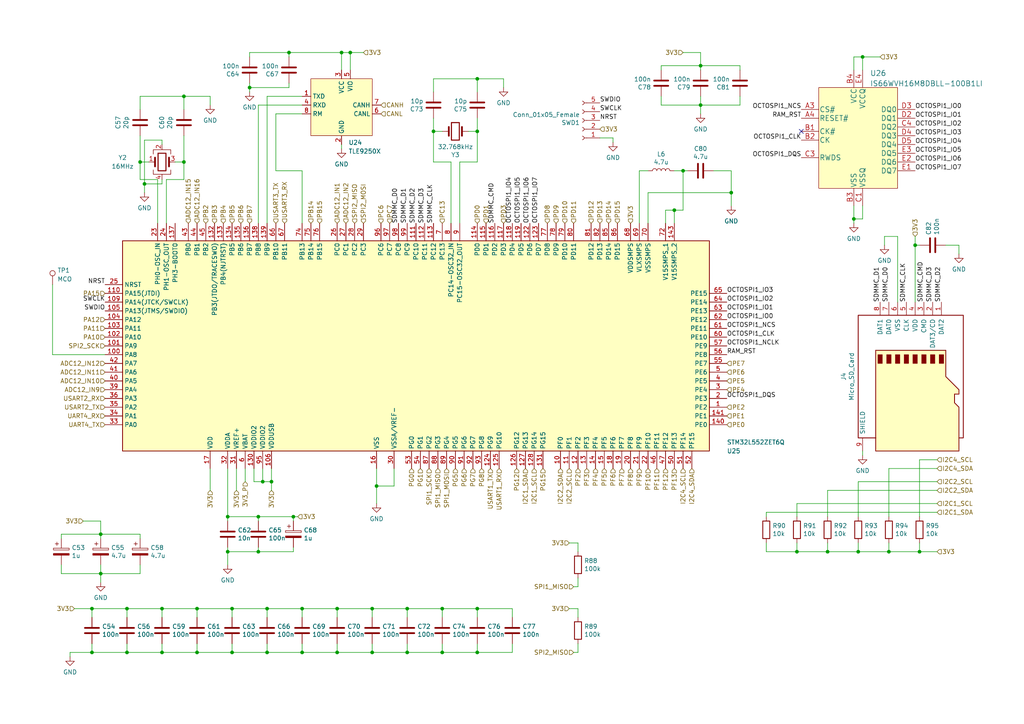
<source format=kicad_sch>
(kicad_sch (version 20211123) (generator eeschema)
  (paper "A4")
  (title_block (title "On Board Computer MCU") (date "2022-08-10") (rev "2.0"))
  (junction (at 248.92 160.02))
  (junction (at 87.63 176.53))
  (junction (at 66.04 160.02))
  (junction (at 77.47 176.53))
  (junction (at 53.34 27.94))
  (junction (at 107.95 189.23))
  (junction (at 87.63 189.23))
  (junction (at 247.65 63.5))
  (junction (at 29.21 154.94))
  (junction (at 26.67 189.23))
  (junction (at 36.83 189.23))
  (junction (at 66.04 149.86))
  (junction (at 41.91 53.34))
  (junction (at 29.21 166.37))
  (junction (at 36.83 176.53))
  (junction (at 76.2 139.7))
  (junction (at 198.12 49.53))
  (junction (at 78.74 139.7))
  (junction (at 26.67 176.53))
  (junction (at 138.43 38.1))
  (junction (at 74.93 160.02))
  (junction (at 118.11 176.53))
  (junction (at 195.58 60.96))
  (junction (at 101.6 15.24))
  (junction (at 53.34 46.99))
  (junction (at 46.99 189.23))
  (junction (at 67.31 176.53))
  (junction (at 40.64 46.99))
  (junction (at 257.81 160.02))
  (junction (at 99.06 15.24))
  (junction (at 265.43 71.12))
  (junction (at 118.11 189.23))
  (junction (at 128.27 176.53))
  (junction (at 250.19 16.51))
  (junction (at 57.15 189.23))
  (junction (at 83.82 15.24))
  (junction (at 57.15 176.53))
  (junction (at 85.09 149.86))
  (junction (at 128.27 189.23))
  (junction (at 231.14 160.02))
  (junction (at 203.2 30.48))
  (junction (at 97.79 176.53))
  (junction (at 72.39 25.4))
  (junction (at 138.43 189.23))
  (junction (at 74.93 149.86))
  (junction (at 266.7 160.02))
  (junction (at 46.99 176.53))
  (junction (at 109.22 140.97))
  (junction (at 125.73 38.1))
  (junction (at 240.03 160.02))
  (junction (at 138.43 176.53))
  (junction (at 138.43 22.86))
  (junction (at 212.09 55.88))
  (junction (at 67.31 189.23))
  (junction (at 77.47 189.23))
  (junction (at 107.95 176.53))
  (junction (at 97.79 189.23))
  (junction (at 203.2 19.05))
  (no_connect (at 232.41 38.1))
  (wire (pts (xy 109.22 135.89) (xy 109.22 140.97)))
  (wire (pts (xy 222.25 148.59) (xy 222.25 149.86)))
  (wire (pts (xy 214.63 19.05) (xy 214.63 20.32)))
  (wire (pts (xy 101.6 15.24) (xy 101.6 20.32)))
  (wire (pts (xy 193.04 60.96) (xy 195.58 60.96)))
  (wire (pts (xy 67.31 186.69) (xy 67.31 189.23)))
  (wire (pts (xy 214.63 30.48) (xy 203.2 30.48)))
  (wire (pts (xy 80.01 49.53) (xy 80.01 33.02)))
  (wire (pts (xy 78.74 142.24) (xy 78.74 139.7)))
  (wire (pts (xy 40.64 52.07) (xy 40.64 46.99)))
  (wire (pts (xy 191.77 19.05) (xy 203.2 19.05)))
  (wire (pts (xy 53.34 31.75) (xy 53.34 27.94)))
  (wire (pts (xy 53.34 46.99) (xy 53.34 39.37)))
  (wire (pts (xy 46.99 176.53) (xy 57.15 176.53)))
  (wire (pts (xy 177.8 40.005) (xy 173.99 40.005)))
  (wire (pts (xy 53.34 52.07) (xy 53.34 46.99)))
  (wire (pts (xy 60.96 30.48) (xy 60.96 27.94)))
  (wire (pts (xy 130.81 46.99) (xy 125.73 46.99)))
  (wire (pts (xy 107.95 176.53) (xy 118.11 176.53)))
  (wire (pts (xy 138.43 176.53) (xy 138.43 179.07)))
  (wire (pts (xy 250.19 16.51) (xy 250.19 20.32)))
  (wire (pts (xy 222.25 148.59) (xy 271.78 148.59)))
  (wire (pts (xy 78.74 139.7) (xy 78.74 135.89)))
  (wire (pts (xy 87.63 30.48) (xy 74.93 30.48)))
  (wire (pts (xy 255.27 16.51) (xy 250.19 16.51)))
  (wire (pts (xy 87.63 189.23) (xy 87.63 186.69)))
  (wire (pts (xy 247.65 63.5) (xy 247.65 64.77)))
  (wire (pts (xy 46.99 52.07) (xy 46.99 53.34)))
  (wire (pts (xy 138.43 186.69) (xy 138.43 189.23)))
  (wire (pts (xy 85.09 151.13) (xy 85.09 149.86)))
  (wire (pts (xy 260.35 68.58) (xy 260.35 87.63)))
  (wire (pts (xy 167.64 167.64) (xy 167.64 170.18)))
  (wire (pts (xy 29.21 151.13) (xy 24.13 151.13)))
  (wire (pts (xy 40.64 163.83) (xy 40.64 166.37)))
  (wire (pts (xy 97.79 176.53) (xy 97.79 179.07)))
  (wire (pts (xy 130.81 64.77) (xy 130.81 46.99)))
  (wire (pts (xy 231.14 146.05) (xy 271.78 146.05)))
  (wire (pts (xy 40.64 154.94) (xy 40.64 156.21)))
  (wire (pts (xy 87.63 189.23) (xy 97.79 189.23)))
  (wire (pts (xy 138.43 22.86) (xy 146.05 22.86)))
  (wire (pts (xy 66.04 149.86) (xy 74.93 149.86)))
  (wire (pts (xy 74.93 158.75) (xy 74.93 160.02)))
  (wire (pts (xy 257.81 149.86) (xy 257.81 135.89)))
  (wire (pts (xy 41.91 53.34) (xy 41.91 40.64)))
  (wire (pts (xy 20.32 190.5) (xy 20.32 189.23)))
  (wire (pts (xy 46.99 189.23) (xy 57.15 189.23)))
  (wire (pts (xy 207.01 49.53) (xy 212.09 49.53)))
  (wire (pts (xy 17.78 166.37) (xy 29.21 166.37)))
  (wire (pts (xy 40.64 46.99) (xy 43.18 46.99)))
  (wire (pts (xy 78.74 139.7) (xy 76.2 139.7)))
  (wire (pts (xy 165.1 157.48) (xy 167.64 157.48)))
  (wire (pts (xy 77.47 176.53) (xy 77.47 179.07)))
  (wire (pts (xy 212.09 59.69) (xy 212.09 55.88)))
  (wire (pts (xy 107.95 176.53) (xy 107.95 179.07)))
  (wire (pts (xy 212.09 55.88) (xy 187.96 55.88)))
  (wire (pts (xy 138.43 46.99) (xy 133.35 46.99)))
  (wire (pts (xy 17.78 154.94) (xy 29.21 154.94)))
  (wire (pts (xy 45.72 64.77) (xy 45.72 52.07)))
  (wire (pts (xy 97.79 186.69) (xy 97.79 189.23)))
  (wire (pts (xy 29.21 166.37) (xy 29.21 168.91)))
  (wire (pts (xy 118.11 186.69) (xy 118.11 189.23)))
  (wire (pts (xy 57.15 189.23) (xy 67.31 189.23)))
  (wire (pts (xy 191.77 27.94) (xy 191.77 30.48)))
  (wire (pts (xy 166.37 189.23) (xy 167.64 189.23)))
  (wire (pts (xy 266.7 160.02) (xy 266.7 157.48)))
  (wire (pts (xy 146.05 22.86) (xy 146.05 25.4)))
  (wire (pts (xy 250.19 63.5) (xy 247.65 63.5)))
  (wire (pts (xy 46.99 40.64) (xy 46.99 41.91)))
  (wire (pts (xy 240.03 142.24) (xy 240.03 149.86)))
  (wire (pts (xy 107.95 186.69) (xy 107.95 189.23)))
  (wire (pts (xy 203.2 19.05) (xy 203.2 20.32)))
  (wire (pts (xy 109.22 140.97) (xy 114.3 140.97)))
  (wire (pts (xy 128.27 186.69) (xy 128.27 189.23)))
  (wire (pts (xy 67.31 176.53) (xy 77.47 176.53)))
  (wire (pts (xy 66.04 149.86) (xy 66.04 135.89)))
  (wire (pts (xy 133.35 64.77) (xy 133.35 46.99)))
  (wire (pts (xy 72.39 25.4) (xy 72.39 26.67)))
  (wire (pts (xy 212.09 49.53) (xy 212.09 55.88)))
  (wire (pts (xy 72.39 25.4) (xy 83.82 25.4)))
  (wire (pts (xy 87.63 64.77) (xy 87.63 49.53)))
  (wire (pts (xy 73.66 139.7) (xy 73.66 135.89)))
  (wire (pts (xy 57.15 176.53) (xy 57.15 179.07)))
  (wire (pts (xy 40.64 166.37) (xy 29.21 166.37)))
  (wire (pts (xy 240.03 142.24) (xy 271.78 142.24)))
  (wire (pts (xy 83.82 15.24) (xy 72.39 15.24)))
  (wire (pts (xy 138.43 189.23) (xy 148.59 189.23)))
  (wire (pts (xy 76.2 139.7) (xy 76.2 135.89)))
  (wire (pts (xy 257.81 160.02) (xy 257.81 157.48)))
  (wire (pts (xy 72.39 15.24) (xy 72.39 16.51)))
  (wire (pts (xy 71.12 139.7) (xy 71.12 135.89)))
  (wire (pts (xy 118.11 176.53) (xy 128.27 176.53)))
  (wire (pts (xy 257.81 160.02) (xy 266.7 160.02)))
  (wire (pts (xy 118.11 176.53) (xy 118.11 179.07)))
  (wire (pts (xy 138.43 176.53) (xy 148.59 176.53)))
  (wire (pts (xy 77.47 189.23) (xy 87.63 189.23)))
  (wire (pts (xy 99.06 15.24) (xy 83.82 15.24)))
  (wire (pts (xy 36.83 186.69) (xy 36.83 189.23)))
  (wire (pts (xy 48.26 52.07) (xy 53.34 52.07)))
  (wire (pts (xy 191.77 20.32) (xy 191.77 19.05)))
  (wire (pts (xy 66.04 160.02) (xy 66.04 158.75)))
  (wire (pts (xy 46.99 186.69) (xy 46.99 189.23)))
  (wire (pts (xy 60.96 135.89) (xy 60.96 142.24)))
  (wire (pts (xy 231.14 160.02) (xy 222.25 160.02)))
  (wire (pts (xy 87.63 49.53) (xy 80.01 49.53)))
  (wire (pts (xy 48.26 64.77) (xy 48.26 52.07)))
  (wire (pts (xy 250.19 59.69) (xy 250.19 63.5)))
  (wire (pts (xy 40.64 27.94) (xy 40.64 31.75)))
  (wire (pts (xy 36.83 189.23) (xy 46.99 189.23)))
  (wire (pts (xy 266.7 133.35) (xy 271.78 133.35)))
  (wire (pts (xy 68.58 142.24) (xy 68.58 135.89)))
  (wire (pts (xy 148.59 176.53) (xy 148.59 179.07)))
  (wire (pts (xy 185.42 49.53) (xy 185.42 64.77)))
  (wire (pts (xy 77.47 27.94) (xy 87.63 27.94)))
  (wire (pts (xy 41.91 40.64) (xy 46.99 40.64)))
  (wire (pts (xy 250.19 16.51) (xy 247.65 16.51)))
  (wire (pts (xy 36.83 176.53) (xy 36.83 179.07)))
  (wire (pts (xy 231.14 146.05) (xy 231.14 149.86)))
  (wire (pts (xy 53.34 46.99) (xy 50.8 46.99)))
  (wire (pts (xy 195.58 60.96) (xy 195.58 64.77)))
  (wire (pts (xy 128.27 189.23) (xy 138.43 189.23)))
  (wire (pts (xy 214.63 27.94) (xy 214.63 30.48)))
  (wire (pts (xy 167.64 176.53) (xy 167.64 179.07)))
  (wire (pts (xy 198.12 49.53) (xy 199.39 49.53)))
  (wire (pts (xy 240.03 160.02) (xy 248.92 160.02)))
  (wire (pts (xy 20.32 189.23) (xy 26.67 189.23)))
  (wire (pts (xy 265.43 71.12) (xy 265.43 68.58)))
  (wire (pts (xy 40.64 27.94) (xy 53.34 27.94)))
  (wire (pts (xy 247.65 63.5) (xy 247.65 59.69)))
  (wire (pts (xy 165.1 176.53) (xy 167.64 176.53)))
  (wire (pts (xy 248.92 139.7) (xy 248.92 149.86)))
  (wire (pts (xy 203.2 30.48) (xy 203.2 33.02)))
  (wire (pts (xy 46.99 53.34) (xy 41.91 53.34)))
  (wire (pts (xy 187.96 49.53) (xy 185.42 49.53)))
  (wire (pts (xy 248.92 139.7) (xy 271.78 139.7)))
  (wire (pts (xy 85.09 160.02) (xy 85.09 158.75)))
  (wire (pts (xy 266.7 149.86) (xy 266.7 133.35)))
  (wire (pts (xy 125.73 34.29) (xy 125.73 38.1)))
  (wire (pts (xy 191.77 30.48) (xy 203.2 30.48)))
  (wire (pts (xy 17.78 163.83) (xy 17.78 166.37)))
  (wire (pts (xy 29.21 154.94) (xy 29.21 156.21)))
  (wire (pts (xy 77.47 27.94) (xy 77.47 64.77)))
  (wire (pts (xy 26.67 176.53) (xy 36.83 176.53)))
  (wire (pts (xy 167.64 186.69) (xy 167.64 189.23)))
  (wire (pts (xy 21.59 176.53) (xy 26.67 176.53)))
  (wire (pts (xy 231.14 160.02) (xy 231.14 157.48)))
  (wire (pts (xy 60.96 27.94) (xy 53.34 27.94)))
  (wire (pts (xy 26.67 189.23) (xy 36.83 189.23)))
  (wire (pts (xy 257.81 135.89) (xy 271.78 135.89)))
  (wire (pts (xy 77.47 176.53) (xy 87.63 176.53)))
  (wire (pts (xy 198.12 49.53) (xy 198.12 60.96)))
  (wire (pts (xy 83.82 15.24) (xy 83.82 16.51)))
  (wire (pts (xy 265.43 87.63) (xy 265.43 71.12)))
  (wire (pts (xy 125.73 46.99) (xy 125.73 38.1)))
  (wire (pts (xy 109.22 140.97) (xy 109.22 146.05)))
  (wire (pts (xy 87.63 176.53) (xy 97.79 176.53)))
  (wire (pts (xy 138.43 34.29) (xy 138.43 38.1)))
  (wire (pts (xy 57.15 186.69) (xy 57.15 189.23)))
  (wire (pts (xy 138.43 38.1) (xy 135.89 38.1)))
  (wire (pts (xy 107.95 189.23) (xy 118.11 189.23)))
  (wire (pts (xy 77.47 189.23) (xy 77.47 186.69)))
  (wire (pts (xy 26.67 176.53) (xy 26.67 179.07)))
  (wire (pts (xy 66.04 149.86) (xy 66.04 151.13)))
  (wire (pts (xy 265.43 71.12) (xy 266.7 71.12)))
  (wire (pts (xy 74.93 160.02) (xy 85.09 160.02)))
  (wire (pts (xy 74.93 149.86) (xy 74.93 151.13)))
  (wire (pts (xy 193.04 60.96) (xy 193.04 64.77)))
  (wire (pts (xy 203.2 27.94) (xy 203.2 30.48)))
  (wire (pts (xy 222.25 160.02) (xy 222.25 157.48)))
  (wire (pts (xy 128.27 176.53) (xy 138.43 176.53)))
  (wire (pts (xy 248.92 160.02) (xy 248.92 157.48)))
  (wire (pts (xy 99.06 41.91) (xy 99.06 43.18)))
  (wire (pts (xy 57.15 176.53) (xy 67.31 176.53)))
  (wire (pts (xy 45.72 52.07) (xy 40.64 52.07)))
  (wire (pts (xy 67.31 176.53) (xy 67.31 179.07)))
  (wire (pts (xy 74.93 149.86) (xy 85.09 149.86)))
  (wire (pts (xy 66.04 160.02) (xy 74.93 160.02)))
  (wire (pts (xy 187.96 55.88) (xy 187.96 64.77)))
  (wire (pts (xy 138.43 26.67) (xy 138.43 22.86)))
  (wire (pts (xy 148.59 189.23) (xy 148.59 186.69)))
  (wire (pts (xy 80.01 33.02) (xy 87.63 33.02)))
  (wire (pts (xy 256.54 71.12) (xy 256.54 68.58)))
  (wire (pts (xy 177.8 41.275) (xy 177.8 40.005)))
  (wire (pts (xy 29.21 154.94) (xy 29.21 151.13)))
  (wire (pts (xy 85.09 149.86) (xy 86.36 149.86)))
  (wire (pts (xy 278.13 73.66) (xy 278.13 71.12)))
  (wire (pts (xy 240.03 160.02) (xy 231.14 160.02)))
  (wire (pts (xy 76.2 139.7) (xy 73.66 139.7)))
  (wire (pts (xy 26.67 186.69) (xy 26.67 189.23)))
  (wire (pts (xy 125.73 22.86) (xy 138.43 22.86)))
  (wire (pts (xy 105.41 15.24) (xy 101.6 15.24)))
  (wire (pts (xy 40.64 46.99) (xy 40.64 39.37)))
  (wire (pts (xy 99.06 15.24) (xy 99.06 20.32)))
  (wire (pts (xy 36.83 176.53) (xy 46.99 176.53)))
  (wire (pts (xy 195.58 49.53) (xy 198.12 49.53)))
  (wire (pts (xy 167.64 170.18) (xy 166.37 170.18)))
  (wire (pts (xy 83.82 25.4) (xy 83.82 24.13)))
  (wire (pts (xy 274.32 71.12) (xy 278.13 71.12)))
  (wire (pts (xy 266.7 160.02) (xy 271.78 160.02)))
  (wire (pts (xy 248.92 160.02) (xy 257.81 160.02)))
  (wire (pts (xy 128.27 176.53) (xy 128.27 179.07)))
  (wire (pts (xy 203.2 19.05) (xy 203.2 15.24)))
  (wire (pts (xy 125.73 22.86) (xy 125.73 26.67)))
  (wire (pts (xy 256.54 68.58) (xy 260.35 68.58)))
  (wire (pts (xy 203.2 19.05) (xy 214.63 19.05)))
  (wire (pts (xy 247.65 16.51) (xy 247.65 20.32)))
  (wire (pts (xy 41.91 53.34) (xy 41.91 55.88)))
  (wire (pts (xy 67.31 189.23) (xy 77.47 189.23)))
  (wire (pts (xy 87.63 176.53) (xy 87.63 179.07)))
  (wire (pts (xy 101.6 15.24) (xy 99.06 15.24)))
  (wire (pts (xy 74.93 30.48) (xy 74.93 64.77)))
  (wire (pts (xy 250.19 130.81) (xy 250.19 132.08)))
  (wire (pts (xy 118.11 189.23) (xy 128.27 189.23)))
  (wire (pts (xy 125.73 38.1) (xy 128.27 38.1)))
  (wire (pts (xy 17.78 156.21) (xy 17.78 154.94)))
  (wire (pts (xy 66.04 160.02) (xy 66.04 163.83)))
  (wire (pts (xy 46.99 176.53) (xy 46.99 179.07)))
  (wire (pts (xy 203.2 15.24) (xy 198.12 15.24)))
  (wire (pts (xy 114.3 135.89) (xy 114.3 140.97)))
  (wire (pts (xy 240.03 160.02) (xy 240.03 157.48)))
  (wire (pts (xy 195.58 60.96) (xy 198.12 60.96)))
  (wire (pts (xy 15.24 82.55) (xy 15.24 102.87)))
  (wire (pts (xy 97.79 189.23) (xy 107.95 189.23)))
  (wire (pts (xy 72.39 24.13) (xy 72.39 25.4)))
  (wire (pts (xy 15.24 102.87) (xy 30.48 102.87)))
  (wire (pts (xy 138.43 38.1) (xy 138.43 46.99)))
  (wire (pts (xy 29.21 163.83) (xy 29.21 166.37)))
  (wire (pts (xy 97.79 176.53) (xy 107.95 176.53)))
  (wire (pts (xy 167.64 157.48) (xy 167.64 160.02)))
  (wire (pts (xy 29.21 154.94) (xy 40.64 154.94)))
  (label "OCTOSPI1_IO7" (at 156.21 64.77 90))
  (label "RAM_RST" (at 210.82 102.87 0))
  (label "OCTOSPI1_IO7" (at 265.43 49.53 0))
  (label "RAM_RST" (at 232.41 34.29 180))
  (label "SDMMC_D1" (at 118.11 64.77 90))
  (label "SWDIO" (at 173.99 29.845 0))
  (label "OCTOSPI1_IO0" (at 210.82 92.71 0))
  (label "SWCLK" (at 173.99 32.385 0))
  (label "SWCLK" (at 30.48 87.63 180))
  (label "OCTOSPI1_IO0" (at 265.43 31.75 0))
  (label "OCTOSPI1_IO6" (at 265.43 46.99 0))
  (label "OCTOSPI1_IO1" (at 210.82 90.17 0))
  (label "SDMMC_D3" (at 123.19 64.77 90))
  (label "OCTOSPI1_IO5" (at 265.43 44.45 0))
  (label "OCTOSPI1_IO4" (at 265.43 41.91 0))
  (label "OCTOSPI1_IO1" (at 265.43 34.29 0))
  (label "SDMMC_D0" (at 257.81 87.63 90))
  (label "OCTOSPI1_IO3" (at 265.43 39.37 0))
  (label "OCTOSPI1_DQS" (at 210.82 115.57 0))
  (label "SDMMC_CLK" (at 262.89 87.63 90))
  (label "OCTOSPI1_IO2" (at 210.82 87.63 0))
  (label "SDMMC_D3" (at 270.51 87.63 90))
  (label "OCTOSPI1_NCLK" (at 210.82 100.33 0))
  (label "SDMMC_CMD" (at 143.51 64.77 90))
  (label "SDMMC_CLK" (at 125.73 64.77 90))
  (label "SDMMC_D2" (at 273.05 87.63 90))
  (label "SDMMC_D1" (at 255.27 87.63 90))
  (label "OCTOSPI1_IO6" (at 153.67 64.77 90))
  (label "OCTOSPI1_CLK" (at 232.41 40.64 180))
  (label "OCTOSPI1_NCS" (at 210.82 95.25 0))
  (label "SDMMC_D2" (at 120.65 64.77 90))
  (label "OCTOSPI1_IO4" (at 148.59 64.77 90))
  (label "SDMMC_D0" (at 115.57 64.77 90))
  (label "OCTOSPI1_IO5" (at 151.13 64.77 90))
  (label "OCTOSPI1_IO3" (at 210.82 85.09 0))
  (label "SWDIO" (at 30.48 90.17 180))
  (label "NRST" (at 173.99 34.925 0))
  (label "OCTOSPI1_DQS" (at 232.41 45.72 180))
  (label "OCTOSPI1_CLK" (at 210.82 97.79 0))
  (label "NRST" (at 30.48 82.55 180))
  (label "OCTOSPI1_IO2" (at 265.43 36.83 0))
  (label "SDMMC_CMD" (at 267.97 87.63 90))
  (label "OCTOSPI1_NCS" (at 232.41 31.75 180))
  (hierarchical_label "I2C2_SCL" (shape input) (at 165.1 135.89 270))
  (hierarchical_label "I2C1_SDA" (shape input) (at 271.78 148.59 0))
  (hierarchical_label "PB14" (shape input) (at 90.17 64.77 90))
  (hierarchical_label "PE5" (shape input) (at 210.82 110.49 0))
  (hierarchical_label "PE2" (shape input) (at 210.82 118.11 0))
  (hierarchical_label "I2C4_SCL" (shape input) (at 271.78 133.35 0))
  (hierarchical_label "USART1_RX" (shape input) (at 144.78 135.89 270))
  (hierarchical_label "ADC12_IN12" (shape input) (at 30.48 105.41 180))
  (hierarchical_label "PD13" (shape input) (at 173.99 64.77 90))
  (hierarchical_label "CANL" (shape input) (at 110.49 33.02 0))
  (hierarchical_label "SPI2_MOSI" (shape input) (at 105.41 64.77 90))
  (hierarchical_label "3V3" (shape input) (at 21.59 176.53 180))
  (hierarchical_label "3V3" (shape input) (at 255.27 16.51 0))
  (hierarchical_label "CANH" (shape input) (at 110.49 30.48 0))
  (hierarchical_label "PD11" (shape input) (at 166.37 64.77 90))
  (hierarchical_label "ADC12_IN2" (shape input) (at 100.33 64.77 90))
  (hierarchical_label "3V3" (shape input) (at 182.88 64.77 90))
  (hierarchical_label "PD15" (shape input) (at 179.07 64.77 90))
  (hierarchical_label "ADC12_IN11" (shape input) (at 30.48 107.95 180))
  (hierarchical_label "ADC12_IN9" (shape input) (at 30.48 113.03 180))
  (hierarchical_label "PD8" (shape input) (at 158.75 64.77 90))
  (hierarchical_label "PG0" (shape input) (at 119.38 135.89 270))
  (hierarchical_label "PD10" (shape input) (at 163.83 64.77 90))
  (hierarchical_label "I2C2_SDA" (shape input) (at 271.78 142.24 0))
  (hierarchical_label "I2C4_SDA" (shape input) (at 200.66 135.89 270))
  (hierarchical_label "PF5" (shape input) (at 175.26 135.89 270))
  (hierarchical_label "PG7" (shape input) (at 137.16 135.89 270))
  (hierarchical_label "PG12" (shape input) (at 149.86 135.89 270))
  (hierarchical_label "SPI2_SCK" (shape input) (at 30.48 100.33 180))
  (hierarchical_label "PF10" (shape input) (at 187.96 135.89 270))
  (hierarchical_label "PB5" (shape input) (at 67.31 64.77 90))
  (hierarchical_label "PG1" (shape input) (at 121.92 135.89 270))
  (hierarchical_label "3V3" (shape input) (at 265.43 68.58 90))
  (hierarchical_label "PA11" (shape input) (at 30.48 95.25 180))
  (hierarchical_label "PE1" (shape input) (at 210.82 120.65 0))
  (hierarchical_label "PE0" (shape input) (at 210.82 123.19 0))
  (hierarchical_label "PB2" (shape input) (at 59.69 64.77 90))
  (hierarchical_label "3V3" (shape input) (at 86.36 149.86 0))
  (hierarchical_label "PG15" (shape input) (at 157.48 135.89 270))
  (hierarchical_label "SPI1_MISO" (shape input) (at 166.37 170.18 180))
  (hierarchical_label "I2C4_SCL" (shape input) (at 198.12 135.89 270))
  (hierarchical_label "USART3_TX" (shape input) (at 80.01 64.77 90))
  (hierarchical_label "PD3" (shape input) (at 146.05 64.77 90))
  (hierarchical_label "3V3" (shape input) (at 105.41 15.24 0))
  (hierarchical_label "SPI1_SCK" (shape input) (at 124.46 135.89 270))
  (hierarchical_label "PC6" (shape input) (at 110.49 64.77 90))
  (hierarchical_label "PD9" (shape input) (at 161.29 64.77 90))
  (hierarchical_label "PA15" (shape input) (at 30.48 85.09 180))
  (hierarchical_label "3V3" (shape input) (at 60.96 142.24 270))
  (hierarchical_label "PB3" (shape input) (at 62.23 64.77 90))
  (hierarchical_label "3V3" (shape input) (at 198.12 15.24 180))
  (hierarchical_label "SPI1_MISO" (shape input) (at 127 135.89 270))
  (hierarchical_label "I2C2_SDA" (shape input) (at 162.56 135.89 270))
  (hierarchical_label "PF12" (shape input) (at 193.04 135.89 270))
  (hierarchical_label "USART2_TX" (shape input) (at 30.48 118.11 180))
  (hierarchical_label "UART4_TX" (shape input) (at 30.48 123.19 180))
  (hierarchical_label "PF7" (shape input) (at 180.34 135.89 270))
  (hierarchical_label "SPI1_MOSI" (shape input) (at 129.54 135.89 270))
  (hierarchical_label "PB7" (shape input) (at 72.39 64.77 90))
  (hierarchical_label "3V3" (shape input) (at 78.74 142.24 270))
  (hierarchical_label "PD12" (shape input) (at 171.45 64.77 90))
  (hierarchical_label "3V3" (shape input) (at 271.78 160.02 0))
  (hierarchical_label "PF2" (shape input) (at 167.64 135.89 270))
  (hierarchical_label "PF3" (shape input) (at 170.18 135.89 270))
  (hierarchical_label "PC13" (shape input) (at 128.27 64.77 90))
  (hierarchical_label "USART1_TX" (shape input) (at 142.24 135.89 270))
  (hierarchical_label "I2C1_SDA" (shape input) (at 152.4 135.89 270))
  (hierarchical_label "PF4" (shape input) (at 172.72 135.89 270))
  (hierarchical_label "PG5" (shape input) (at 132.08 135.89 270))
  (hierarchical_label "PF8" (shape input) (at 182.88 135.89 270))
  (hierarchical_label "3V3" (shape input) (at 165.1 176.53 180))
  (hierarchical_label "SPI2_MISO" (shape input) (at 102.87 64.77 90))
  (hierarchical_label "PA10" (shape input) (at 30.48 97.79 180))
  (hierarchical_label "ADC12_IN15" (shape input) (at 54.61 64.77 90))
  (hierarchical_label "PA12" (shape input) (at 30.48 92.71 180))
  (hierarchical_label "I2C2_SCL" (shape input) (at 271.78 139.7 0))
  (hierarchical_label "3V3_P" (shape input) (at 71.12 139.7 270))
  (hierarchical_label "I2C1_SCL" (shape input) (at 154.94 135.89 270))
  (hierarchical_label "PF11" (shape input) (at 190.5 135.89 270))
  (hierarchical_label "USART3_RX" (shape input) (at 82.55 64.77 90))
  (hierarchical_label "PC7" (shape input) (at 113.03 64.77 90))
  (hierarchical_label "PB6" (shape input) (at 69.85 64.77 90))
  (hierarchical_label "PE7" (shape input) (at 210.82 105.41 0))
  (hierarchical_label "PB15" (shape input) (at 92.71 64.77 90))
  (hierarchical_label "PG8" (shape input) (at 139.7 135.89 270))
  (hierarchical_label "I2C4_SDA" (shape input) (at 271.78 135.89 0))
  (hierarchical_label "ADC12_IN1" (shape input) (at 97.79 64.77 90))
  (hierarchical_label "UART4_RX" (shape input) (at 30.48 120.65 180))
  (hierarchical_label "USART2_RX" (shape input) (at 30.48 115.57 180))
  (hierarchical_label "3V3" (shape input) (at 165.1 157.48 180))
  (hierarchical_label "PF13" (shape input) (at 195.58 135.89 270))
  (hierarchical_label "PD1" (shape input) (at 140.97 64.77 90))
  (hierarchical_label "PD14" (shape input) (at 176.53 64.77 90))
  (hierarchical_label "PE6" (shape input) (at 210.82 107.95 0))
  (hierarchical_label "I2C1_SCL" (shape input) (at 271.78 146.05 0))
  (hierarchical_label "ADC12_IN16" (shape input) (at 57.15 64.77 90))
  (hierarchical_label "PF6" (shape input) (at 177.8 135.89 270))
  (hierarchical_label "3V3" (shape input) (at 68.58 142.24 270))
  (hierarchical_label "SPI2_MISO" (shape input) (at 166.37 189.23 180))
  (hierarchical_label "PE4" (shape input) (at 210.82 113.03 0))
  (hierarchical_label "PD0" (shape input) (at 138.43 64.77 90))
  (hierarchical_label "PG6" (shape input) (at 134.62 135.89 270))
  (hierarchical_label "3V3" (shape input) (at 173.99 37.465 0))
  (hierarchical_label "3V3" (shape input) (at 24.13 151.13 180))
  (hierarchical_label "ADC12_IN10" (shape input) (at 30.48 110.49 180))
  (hierarchical_label "PF9" (shape input) (at 185.42 135.89 270))
  (hierarchical_label "PB4" (shape input) (at 64.77 64.77 90))
  (symbol (lib_id "Device:C") (at 66.04 154.94 180) (unit 1)
    (property "Reference" "C62" (at 68.961 153.7716 0) (effects (justify right)))
    (property "Value" "10n" (at 68.961 156.083 0) (effects (justify right)))
    (property "Footprint" "Capacitor_SMD:C_0603_1608Metric" (effects hide))
    (property "Digikey Part Number" "399-14104-1-ND" (effects hide))
  )
  (symbol (lib_id "Device:C") (at 74.93 154.94 180) (unit 1)
    (property "Reference" "C65" (at 77.851 153.7716 0) (effects (justify right)))
    (property "Value" "100n" (at 77.851 156.083 0) (effects (justify right)))
    (property "Footprint" "Capacitor_SMD:C_0402_1005Metric" (effects hide))
    (property "Digikey Part Number" "399-6828-1-ND" (effects hide))
  )
  (symbol (lib_id "Device:C_Polarized") (at 85.09 154.94 0) (unit 1)
    (property "Reference" "C68" (at 88.0872 153.7716 0) (effects (justify left)))
    (property "Value" "1u" (at 88.0872 156.083 0) (effects (justify left)))
    (property "Footprint" "Capacitor_SMD:C_0603_1608Metric" (effects hide))
    (property "Digikey Part Number" "399-17713-1-ND" (effects hide))
  )
  (symbol (lib_id "Device:Crystal") (at 132.08 38.1 180) (unit 1)
    (property "Reference" "Y3" (at 132.08 44.9072 0))
    (property "Value" "32.768kHz" (at 132.08 42.5958 0))
    (property "Footprint" "Crystal:Crystal_SMD_3215-2Pin_3.2x1.5mm" (effects hide))
    (property "Digikey Part Number" "XC2162CT-ND" (effects hide))
  )
  (symbol (lib_id "Device:C") (at 138.43 30.48 180) (unit 1)
    (property "Reference" "C75" (at 135.509 31.6484 0) (effects (justify left)))
    (property "Value" "10p" (at 135.509 29.337 0) (effects (justify left)))
    (property "Footprint" "Capacitor_SMD:C_0402_1005Metric" (effects hide))
    (property "Digikey Part Number" "399-C0402C100J5HACAUTOCT-ND" (effects hide))
  )
  (symbol (lib_id "Device:C") (at 125.73 30.48 180) (unit 1)
    (property "Reference" "C73" (at 122.809 31.6484 0) (effects (justify left)))
    (property "Value" "10p" (at 122.809 29.337 0) (effects (justify left)))
    (property "Footprint" "Capacitor_SMD:C_0402_1005Metric" (effects hide))
    (property "Digikey Part Number" "399-C0402C100J5HACAUTOCT-ND" (effects hide))
  )
  (symbol (lib_id "Device:C") (at 53.34 35.56 180) (unit 1)
    (property "Reference" "C60" (at 46.9392 35.56 90))
    (property "Value" "20p" (at 49.2506 35.56 90))
    (property "Footprint" "Capacitor_SMD:C_0603_1608Metric" (effects hide))
    (property "Digikey Part Number" "399-C0603C200K4HACAUTOCT-ND" (effects hide))
  )
  (symbol (lib_id "Device:C") (at 40.64 35.56 180) (unit 1)
    (property "Reference" "C57" (at 34.2392 35.56 90))
    (property "Value" "20p" (at 36.5506 35.56 90))
    (property "Footprint" "Capacitor_SMD:C_0603_1608Metric" (effects hide))
    (property "Digikey Part Number" "399-C0603C200K4HACAUTOCT-ND" (effects hide))
  )
  (symbol (lib_id "Connector:Micro_SD_Card") (at 265.43 110.49 270) (unit 1)
    (property "Reference" "J4" (at 244.6782 109.22 0))
    (property "Value" "Micro_SD_Card" (at 246.9896 109.22 0))
    (property "Footprint" "cubesat_obc:microSD_HC_Wuerth_693072010801" (effects hide))
    (property "Datasheet" "http://katalog.we-online.de/em/datasheet/693072010801.pdf" (effects hide))
    (property "Digikey Part Number" "732-3820-6-ND" (effects hide))
  )
  (symbol (lib_id "Device:R") (at 167.64 163.83 0) (unit 1)
    (property "Reference" "R88" (at 169.418 162.6616 0) (effects (justify left)))
    (property "Value" "100k" (at 169.418 164.973 0) (effects (justify left)))
    (property "Footprint" "Resistor_SMD:R_0402_1005Metric" (effects hide))
    (property "Digikey Part Number" "YAG3434CT-ND" (effects hide))
  )
  (symbol (lib_id "Device:R") (at 167.64 182.88 0) (unit 1)
    (property "Reference" "R89" (at 169.418 181.7116 0) (effects (justify left)))
    (property "Value" "100k" (at 169.418 184.023 0) (effects (justify left)))
    (property "Footprint" "Resistor_SMD:R_0402_1005Metric" (effects hide))
    (property "Digikey Part Number" "YAG3434CT-ND" (effects hide))
  )
  (symbol (lib_id "cubesat_obc_lib:STM32L552ZET6Q") (at 119.38 100.33 90) (unit 1)
    (property "Reference" "U25" (at 210.82 130.81 90) (effects (justify right)))
    (property "Value" "STM32L552ZET6Q" (at 210.82 128.27 90) (effects (justify right)))
    (property "Footprint" "Package_QFP:LQFP-144_20x20mm_P0.5mm" (effects hide))
    (property "Datasheet" "https://docs.google.com/viewerng/viewer?url=https://s3.amazonaws.com/snapeda/datasheet/STM32L552VET6_STMicroelectronics.pdf" (effects hide))
  )
  (symbol (lib_id "Device:R") (at 231.14 153.67 0) (unit 1)
    (property "Reference" "R91" (at 232.918 152.5016 0) (effects (justify left)))
    (property "Value" "10k" (at 232.918 154.813 0) (effects (justify left)))
    (property "Footprint" "Resistor_SMD:R_0402_1005Metric" (effects hide))
    (property "Digikey Part Number" "YAG3436CT-ND" (effects hide))
  )
  (symbol (lib_id "Device:R") (at 222.25 153.67 0) (unit 1)
    (property "Reference" "R90" (at 224.028 152.5016 0) (effects (justify left)))
    (property "Value" "10k" (at 224.028 154.813 0) (effects (justify left)))
    (property "Footprint" "Resistor_SMD:R_0402_1005Metric" (effects hide))
    (property "Digikey Part Number" "YAG3436CT-ND" (effects hide))
  )
  (symbol (lib_id "Device:C_Polarized") (at 29.21 160.02 0) (unit 1)
    (property "Reference" "C55" (at 32.2072 158.8516 0) (effects (justify left)))
    (property "Value" "4.7u" (at 32.2072 161.163 0) (effects (justify left)))
    (property "Footprint" "Capacitor_SMD:C_0805_2012Metric" (effects hide))
    (property "Digikey Part Number" "399-15711-1-ND" (effects hide))
  )
  (symbol (lib_id "Device:C_Polarized") (at 40.64 160.02 0) (unit 1)
    (property "Reference" "C58" (at 43.6372 158.8516 0) (effects (justify left)))
    (property "Value" "4.7u" (at 43.6372 161.163 0) (effects (justify left)))
    (property "Footprint" "Capacitor_SMD:C_0805_2012Metric" (effects hide))
    (property "Digikey Part Number" "399-15711-1-ND" (effects hide))
  )
  (symbol (lib_id "Device:C_Polarized") (at 17.78 160.02 0) (unit 1)
    (property "Reference" "C53" (at 20.7772 158.8516 0) (effects (justify left)))
    (property "Value" "1u" (at 20.7772 161.163 0) (effects (justify left)))
    (property "Footprint" "Capacitor_SMD:C_0603_1608Metric" (effects hide))
    (property "Digikey Part Number" "399-17713-1-ND" (effects hide))
  )
  (symbol (lib_id "Device:C") (at 77.47 182.88 180) (unit 1)
    (property "Reference" "C66" (at 80.391 181.7116 0) (effects (justify right)))
    (property "Value" "100n" (at 80.391 184.023 0) (effects (justify right)))
    (property "Footprint" "Capacitor_SMD:C_0402_1005Metric" (effects hide))
    (property "Digikey Part Number" "399-6828-1-ND" (effects hide))
  )
  (symbol (lib_id "Device:C") (at 67.31 182.88 180) (unit 1)
    (property "Reference" "C63" (at 70.231 181.7116 0) (effects (justify right)))
    (property "Value" "100n" (at 70.231 184.023 0) (effects (justify right)))
    (property "Footprint" "Capacitor_SMD:C_0402_1005Metric" (effects hide))
    (property "Digikey Part Number" "399-6828-1-ND" (effects hide))
  )
  (symbol (lib_id "Device:C") (at 57.15 182.88 180) (unit 1)
    (property "Reference" "C61" (at 60.071 181.7116 0) (effects (justify right)))
    (property "Value" "100n" (at 60.071 184.023 0) (effects (justify right)))
    (property "Footprint" "Capacitor_SMD:C_0402_1005Metric" (effects hide))
    (property "Digikey Part Number" "399-6828-1-ND" (effects hide))
  )
  (symbol (lib_id "Device:C") (at 46.99 182.88 180) (unit 1)
    (property "Reference" "C59" (at 49.911 181.7116 0) (effects (justify right)))
    (property "Value" "100n" (at 49.911 184.023 0) (effects (justify right)))
    (property "Footprint" "Capacitor_SMD:C_0402_1005Metric" (effects hide))
    (property "Digikey Part Number" "399-6828-1-ND" (effects hide))
  )
  (symbol (lib_id "Device:C") (at 36.83 182.88 180) (unit 1)
    (property "Reference" "C56" (at 39.751 181.7116 0) (effects (justify right)))
    (property "Value" "100n" (at 39.751 184.023 0) (effects (justify right)))
    (property "Footprint" "Capacitor_SMD:C_0402_1005Metric" (effects hide))
    (property "Digikey Part Number" "399-6828-1-ND" (effects hide))
  )
  (symbol (lib_id "Device:C") (at 26.67 182.88 180) (unit 1)
    (property "Reference" "C54" (at 29.591 181.7116 0) (effects (justify right)))
    (property "Value" "100n" (at 29.591 184.023 0) (effects (justify right)))
    (property "Footprint" "Capacitor_SMD:C_0402_1005Metric" (effects hide))
    (property "Digikey Part Number" "399-6828-1-ND" (effects hide))
  )
  (symbol (lib_id "Device:R") (at 240.03 153.67 0) (unit 1)
    (property "Reference" "R92" (at 241.808 152.5016 0) (effects (justify left)))
    (property "Value" "10k" (at 241.808 154.813 0) (effects (justify left)))
    (property "Footprint" "Resistor_SMD:R_0402_1005Metric" (effects hide))
    (property "Digikey Part Number" "YAG3436CT-ND" (effects hide))
  )
  (symbol (lib_id "Device:C") (at 148.59 182.88 180) (unit 1)
    (property "Reference" "C77" (at 151.511 181.7116 0) (effects (justify right)))
    (property "Value" "100n" (at 151.511 184.023 0) (effects (justify right)))
    (property "Footprint" "Capacitor_SMD:C_0402_1005Metric" (effects hide))
    (property "Digikey Part Number" "399-6828-1-ND" (effects hide))
  )
  (symbol (lib_id "Device:C") (at 138.43 182.88 180) (unit 1)
    (property "Reference" "C76" (at 141.351 181.7116 0) (effects (justify right)))
    (property "Value" "100n" (at 141.351 184.023 0) (effects (justify right)))
    (property "Footprint" "Capacitor_SMD:C_0402_1005Metric" (effects hide))
    (property "Digikey Part Number" "399-6828-1-ND" (effects hide))
  )
  (symbol (lib_id "Device:C") (at 128.27 182.88 180) (unit 1)
    (property "Reference" "C74" (at 131.191 181.7116 0) (effects (justify right)))
    (property "Value" "100n" (at 131.191 184.023 0) (effects (justify right)))
    (property "Footprint" "Capacitor_SMD:C_0402_1005Metric" (effects hide))
    (property "Digikey Part Number" "399-6828-1-ND" (effects hide))
  )
  (symbol (lib_id "Device:C") (at 118.11 182.88 180) (unit 1)
    (property "Reference" "C72" (at 121.031 181.7116 0) (effects (justify right)))
    (property "Value" "100n" (at 121.031 184.023 0) (effects (justify right)))
    (property "Footprint" "Capacitor_SMD:C_0402_1005Metric" (effects hide))
    (property "Digikey Part Number" "399-6828-1-ND" (effects hide))
  )
  (symbol (lib_id "Device:C") (at 107.95 182.88 180) (unit 1)
    (property "Reference" "C71" (at 110.871 181.7116 0) (effects (justify right)))
    (property "Value" "100n" (at 110.871 184.023 0) (effects (justify right)))
    (property "Footprint" "Capacitor_SMD:C_0402_1005Metric" (effects hide))
    (property "Digikey Part Number" "399-6828-1-ND" (effects hide))
  )
  (symbol (lib_id "Device:C") (at 97.79 182.88 180) (unit 1)
    (property "Reference" "C70" (at 100.711 181.7116 0) (effects (justify right)))
    (property "Value" "100n" (at 100.711 184.023 0) (effects (justify right)))
    (property "Footprint" "Capacitor_SMD:C_0402_1005Metric" (effects hide))
    (property "Digikey Part Number" "399-6828-1-ND" (effects hide))
  )
  (symbol (lib_id "Device:C") (at 87.63 182.88 180) (unit 1)
    (property "Reference" "C69" (at 90.551 181.7116 0) (effects (justify right)))
    (property "Value" "100n" (at 90.551 184.023 0) (effects (justify right)))
    (property "Footprint" "Capacitor_SMD:C_0402_1005Metric" (effects hide))
    (property "Digikey Part Number" "399-6828-1-ND" (effects hide))
  )
  (symbol (lib_id "Device:R") (at 248.92 153.67 0) (unit 1)
    (property "Reference" "R93" (at 250.698 152.5016 0) (effects (justify left)))
    (property "Value" "10k" (at 250.698 154.813 0) (effects (justify left)))
    (property "Footprint" "Resistor_SMD:R_0402_1005Metric" (effects hide))
    (property "Digikey Part Number" "YAG3436CT-ND" (effects hide))
  )
  (symbol (lib_id "Device:R") (at 257.81 153.67 0) (unit 1)
    (property "Reference" "R94" (at 259.588 152.5016 0) (effects (justify left)))
    (property "Value" "10k" (at 259.588 154.813 0) (effects (justify left)))
    (property "Footprint" "Resistor_SMD:R_0402_1005Metric" (effects hide))
    (property "Digikey Part Number" "YAG3436CT-ND" (effects hide))
  )
  (symbol (lib_id "Device:R") (at 266.7 153.67 0) (unit 1)
    (property "Reference" "R95" (at 268.478 152.5016 0) (effects (justify left)))
    (property "Value" "10k" (at 268.478 154.813 0) (effects (justify left)))
    (property "Footprint" "Resistor_SMD:R_0402_1005Metric" (effects hide))
    (property "Digikey Part Number" "YAG3436CT-ND" (effects hide))
  )
  (symbol (lib_id "Device:C") (at 270.51 71.12 90) (unit 1)
    (property "Reference" "C82" (at 269.3416 68.199 0) (effects (justify left)))
    (property "Value" "100n" (at 271.653 68.199 0) (effects (justify left)))
    (property "Footprint" "Capacitor_SMD:C_0402_1005Metric" (effects hide))
    (property "Digikey Part Number" "399-6828-1-ND" (effects hide))
  )
  (symbol (lib_id "Device:L") (at 191.77 49.53 90) (unit 1)
    (property "Reference" "L6" (at 191.77 44.704 90))
    (property "Value" "4.7u" (at 191.77 47.0154 90))
    (property "Footprint" "cubesat_obc:L_Vishay_IHLP-2020" (effects hide))
    (property "Digikey Part Number" "541-1222-1-ND" (effects hide))
  )
  (symbol (lib_id "Device:C") (at 203.2 49.53 270) (unit 1)
    (property "Reference" "C80" (at 203.2 43.1292 90))
    (property "Value" "4.7u" (at 203.2 45.4406 90))
    (property "Footprint" "Capacitor_SMD:C_0805_2012Metric" (effects hide))
    (property "Digikey Part Number" "399-15711-1-ND" (effects hide))
  )
  (symbol (lib_id "Connector:Conn_01x05_Female") (at 168.91 34.925 180) (unit 1)
    (property "Reference" "SWD1" (at 168.1988 35.5854 0) (effects (justify left)))
    (property "Value" "Conn_01x05_Female" (at 168.1988 33.274 0) (effects (justify left)))
    (property "Footprint" "Connector_Molex:Molex_PicoBlade_53261-0571_1x05-1MP_P1.25mm_Horizontal" (effects hide))
    (property "Digikey Part Number" "WM26499CT-ND" (effects hide))
  )
  (symbol (lib_id "Device:Crystal_GND24") (at 46.99 46.99 0) (unit 1)
    (property "Reference" "Y2" (at 35.56 45.72 0))
    (property "Value" "16MHz" (at 35.56 48.2569 0))
    (property "Footprint" "Crystal:Crystal_SMD_3225-4Pin_3.2x2.5mm" (effects hide))
    (property "Digikey Part Number" "XC2147CT-ND" (effects hide))
  )
  (symbol (lib_id "power:GND") (at 41.91 55.88 0) (unit 1)
    (property "Reference" "#PWR092" (effects hide))
    (property "Value" "GND" (at 41.91 60.3234 0))
  )
  (symbol (lib_id "Device:C") (at 72.39 20.32 180) (unit 1)
    (property "Reference" "C64" (at 69.469 21.4884 0) (effects (justify left)))
    (property "Value" "100n" (at 69.469 19.177 0) (effects (justify left)))
    (property "Footprint" "Capacitor_SMD:C_0402_1005Metric" (effects hide))
    (property "Digikey Part Number" "399-6828-1-ND" (effects hide))
  )
  (symbol (lib_id "power:GND") (at 146.05 25.4 0) (unit 1)
    (property "Reference" "#PWR084" (effects hide))
    (property "Value" "GND" (at 146.05 29.8434 0))
  )
  (symbol (lib_id "cubesat_obc_lib:TLE9250X") (at 99.06 31.75 0) (unit 1)
    (property "Reference" "U24" (at 101.0794 41.3496 0) (effects (justify left)))
    (property "Value" "TLE9250X" (at 101.0794 43.8865 0) (effects (justify left)))
    (property "Footprint" "Package_DFN_QFN:DFN-8-1EP_3x3mm_P0.65mm_EP1.55x2.4mm" (effects hide))
    (property "Datasheet" "https://www.infineon.com/dgdl/Infineon-TLE9250X-DS-v01_00-EN.pdf?fileId=5546d4625debb399015e14b8cc665980" (effects hide))
    (property "Digikey Part Number" "448-TLE9250XLEXUMA1CT-ND" (effects hide))
  )
  (symbol (lib_id "power:GND") (at 60.96 30.48 0) (unit 1)
    (property "Reference" "#PWR079" (effects hide))
    (property "Value" "GND" (at 60.96 34.9234 0))
  )
  (symbol (lib_id "power:GND") (at 66.04 163.83 0) (unit 1)
    (property "Reference" "#PWR080" (effects hide))
    (property "Value" "GND" (at 66.04 168.2734 0))
  )
  (symbol (lib_id "power:GND") (at 250.19 132.08 0) (unit 1)
    (property "Reference" "#PWR089" (effects hide))
    (property "Value" "GND" (at 250.19 136.5234 0))
  )
  (symbol (lib_id "Device:C") (at 83.82 20.32 180) (unit 1)
    (property "Reference" "C67" (at 80.899 21.4884 0) (effects (justify left)))
    (property "Value" "100n" (at 80.899 19.177 0) (effects (justify left)))
    (property "Footprint" "Capacitor_SMD:C_0402_1005Metric" (effects hide))
    (property "Digikey Part Number" "399-6828-1-ND" (effects hide))
  )
  (symbol (lib_id "Device:C") (at 191.77 24.13 180) (unit 1)
    (property "Reference" "C78" (at 188.849 25.2984 0) (effects (justify left)))
    (property "Value" "100n" (at 188.849 22.987 0) (effects (justify left)))
    (property "Footprint" "Capacitor_SMD:C_0402_1005Metric" (effects hide))
    (property "Digikey Part Number" "399-6828-1-ND" (effects hide))
  )
  (symbol (lib_id "power:GND") (at 177.8 41.275 0) (unit 1)
    (property "Reference" "#PWR085" (effects hide))
    (property "Value" "GND" (at 177.8 45.7184 0))
  )
  (symbol (lib_id "cubesat_obc_lib:IS66WVH16M8DBLL-100B1LI") (at 224.79 30.48 0) (unit 1)
    (property "Reference" "U26" (at 252.3351 21.2359 0) (effects (font (size 1.524 1.524)) (justify left)))
    (property "Value" "IS66WVH16M8DBLL-100B1LI" (at 252.3351 24.2293 0) (effects (font (size 1.524 1.524)) (justify left)))
    (property "Footprint" "TFBGA24_6X8_ISI" (effects hide))
  )
  (symbol (lib_id "power:GND") (at 278.13 73.66 0) (unit 1)
    (property "Reference" "#PWR091" (effects hide))
    (property "Value" "GND" (at 278.13 78.1034 0))
  )
  (symbol (lib_id "power:GND") (at 203.2 33.02 0) (unit 1)
    (property "Reference" "#PWR086" (effects hide))
    (property "Value" "GND" (at 203.2 37.4634 0))
  )
  (symbol (lib_id "power:GND") (at 256.54 71.12 0) (unit 1)
    (property "Reference" "#PWR090" (effects hide))
    (property "Value" "GND" (at 256.54 75.5634 0))
  )
  (symbol (lib_id "power:GND") (at 247.65 64.77 0) (unit 1)
    (property "Reference" "#PWR088" (effects hide))
    (property "Value" "GND" (at 247.65 69.2134 0))
  )
  (symbol (lib_id "power:GND") (at 29.21 168.91 0) (unit 1)
    (property "Reference" "#PWR078" (effects hide))
    (property "Value" "GND" (at 29.21 173.3534 0))
  )
  (symbol (lib_id "power:GND") (at 20.32 190.5 0) (unit 1)
    (property "Reference" "#PWR077" (effects hide))
    (property "Value" "GND" (at 20.32 194.9434 0))
  )
  (symbol (lib_id "power:GND") (at 109.22 146.05 0) (unit 1)
    (property "Reference" "#PWR083" (effects hide))
    (property "Value" "GND" (at 109.22 150.4934 0))
  )
  (symbol (lib_id "power:GND") (at 72.39 26.67 0) (unit 1)
    (property "Reference" "#PWR081" (effects hide))
    (property "Value" "GND" (at 72.39 31.1134 0))
  )
  (symbol (lib_id "Device:C") (at 203.2 24.13 180) (unit 1)
    (property "Reference" "C79" (at 200.279 25.2984 0) (effects (justify left)))
    (property "Value" "100n" (at 200.279 22.987 0) (effects (justify left)))
    (property "Footprint" "Capacitor_SMD:C_0402_1005Metric" (effects hide))
    (property "Digikey Part Number" "399-6828-1-ND" (effects hide))
  )
  (symbol (lib_id "Device:C") (at 214.63 24.13 180) (unit 1)
    (property "Reference" "C81" (at 211.709 25.2984 0) (effects (justify left)))
    (property "Value" "100n" (at 211.709 22.987 0) (effects (justify left)))
    (property "Footprint" "Capacitor_SMD:C_0402_1005Metric" (effects hide))
    (property "Digikey Part Number" "399-6828-1-ND" (effects hide))
  )
  (symbol (lib_id "Connector:TestPoint") (at 15.24 82.55 0) (unit 1)
    (property "Reference" "TP1" (at 16.637 78.4133 0) (effects (justify left)))
    (property "Value" "MCO" (at 16.637 80.9502 0) (effects (justify left)))
    (property "Footprint" "TestPoint:TestPoint_Pad_D1.5mm" (effects hide))
  )
  (symbol (lib_id "power:GND") (at 99.06 43.18 0) (unit 1)
    (property "Reference" "#PWR082" (effects hide))
    (property "Value" "GND" (at 99.06 47.6234 0))
  )
  (symbol (lib_id "power:GND") (at 212.09 59.69 0) (unit 1)
    (property "Reference" "#PWR087" (effects hide))
    (property "Value" "GND" (at 212.09 64.1334 0))
  )
)
</source>
